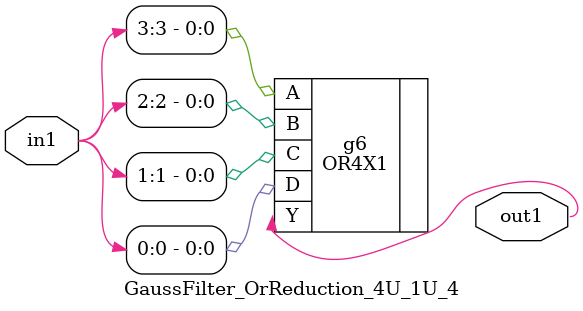
<source format=v>
`timescale 1ps / 1ps


module GaussFilter_OrReduction_4U_1U_4(in1, out1);
  input [3:0] in1;
  output out1;
  wire [3:0] in1;
  wire out1;
  OR4X1 g6(.A (in1[3]), .B (in1[2]), .C (in1[1]), .D (in1[0]), .Y
       (out1));
endmodule


</source>
